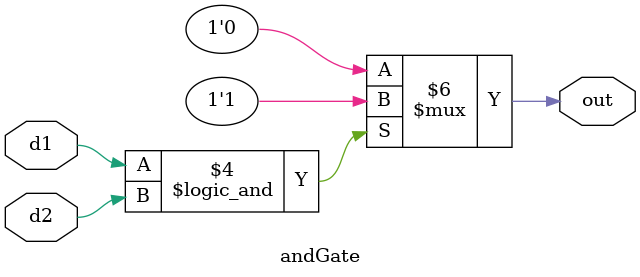
<source format=v>
`timescale 1ns / 1ps


module andGate(d1, d2, out);
    input d1, d2;
    output reg out;
    always@(d1, d2) begin
        if (d1 ==1 && d2 == 1) begin
            out = 1;
        end
        else begin
            out = 0;
        end
    end
endmodule

</source>
